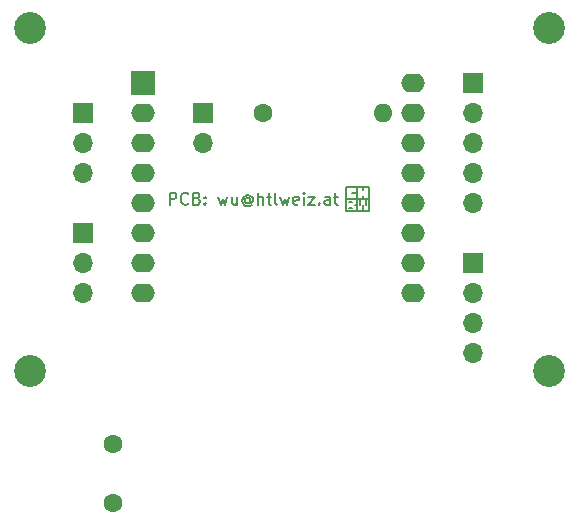
<source format=gbr>
%TF.GenerationSoftware,KiCad,Pcbnew,5.1.8*%
%TF.CreationDate,2020-11-27T01:12:46+01:00*%
%TF.ProjectId,co2box,636f3262-6f78-42e6-9b69-6361645f7063,v0*%
%TF.SameCoordinates,Original*%
%TF.FileFunction,Soldermask,Top*%
%TF.FilePolarity,Negative*%
%FSLAX46Y46*%
G04 Gerber Fmt 4.6, Leading zero omitted, Abs format (unit mm)*
G04 Created by KiCad (PCBNEW 5.1.8) date 2020-11-27 01:12:46*
%MOMM*%
%LPD*%
G01*
G04 APERTURE LIST*
%ADD10C,0.150000*%
%ADD11O,1.600000X1.600000*%
%ADD12C,1.600000*%
%ADD13C,2.700000*%
%ADD14O,1.700000X1.700000*%
%ADD15R,1.700000X1.700000*%
%ADD16O,2.000000X1.600000*%
%ADD17R,2.000000X2.000000*%
G04 APERTURE END LIST*
D10*
X153500000Y-84000000D02*
X153500000Y-83500000D01*
X153000000Y-84000000D02*
X153000000Y-83500000D01*
X153250000Y-84500000D02*
X153250000Y-84000000D01*
X152000000Y-84250000D02*
X152250000Y-84250000D01*
X152250000Y-83750000D02*
X152000000Y-83750000D01*
X152750000Y-84000000D02*
X152500000Y-84000000D01*
X153250000Y-82750000D02*
X153250000Y-82500000D01*
X153250000Y-83500000D02*
X153250000Y-83250000D01*
X152750000Y-83000000D02*
X152250000Y-83000000D01*
X152750000Y-82500000D02*
X152750000Y-84500000D01*
X151750000Y-83500000D02*
X153750000Y-83500000D01*
X151750000Y-84500000D02*
X151750000Y-82500000D01*
X153750000Y-84500000D02*
X151750000Y-84500000D01*
X153750000Y-82500000D02*
X153750000Y-84500000D01*
X151750000Y-82500000D02*
X153750000Y-82500000D01*
X136835595Y-83952380D02*
X136835595Y-82952380D01*
X137216547Y-82952380D01*
X137311785Y-83000000D01*
X137359404Y-83047619D01*
X137407023Y-83142857D01*
X137407023Y-83285714D01*
X137359404Y-83380952D01*
X137311785Y-83428571D01*
X137216547Y-83476190D01*
X136835595Y-83476190D01*
X138407023Y-83857142D02*
X138359404Y-83904761D01*
X138216547Y-83952380D01*
X138121309Y-83952380D01*
X137978452Y-83904761D01*
X137883214Y-83809523D01*
X137835595Y-83714285D01*
X137787976Y-83523809D01*
X137787976Y-83380952D01*
X137835595Y-83190476D01*
X137883214Y-83095238D01*
X137978452Y-83000000D01*
X138121309Y-82952380D01*
X138216547Y-82952380D01*
X138359404Y-83000000D01*
X138407023Y-83047619D01*
X139168928Y-83428571D02*
X139311785Y-83476190D01*
X139359404Y-83523809D01*
X139407023Y-83619047D01*
X139407023Y-83761904D01*
X139359404Y-83857142D01*
X139311785Y-83904761D01*
X139216547Y-83952380D01*
X138835595Y-83952380D01*
X138835595Y-82952380D01*
X139168928Y-82952380D01*
X139264166Y-83000000D01*
X139311785Y-83047619D01*
X139359404Y-83142857D01*
X139359404Y-83238095D01*
X139311785Y-83333333D01*
X139264166Y-83380952D01*
X139168928Y-83428571D01*
X138835595Y-83428571D01*
X139835595Y-83857142D02*
X139883214Y-83904761D01*
X139835595Y-83952380D01*
X139787976Y-83904761D01*
X139835595Y-83857142D01*
X139835595Y-83952380D01*
X139835595Y-83333333D02*
X139883214Y-83380952D01*
X139835595Y-83428571D01*
X139787976Y-83380952D01*
X139835595Y-83333333D01*
X139835595Y-83428571D01*
X140978452Y-83285714D02*
X141168928Y-83952380D01*
X141359404Y-83476190D01*
X141549880Y-83952380D01*
X141740357Y-83285714D01*
X142549880Y-83285714D02*
X142549880Y-83952380D01*
X142121309Y-83285714D02*
X142121309Y-83809523D01*
X142168928Y-83904761D01*
X142264166Y-83952380D01*
X142407023Y-83952380D01*
X142502261Y-83904761D01*
X142549880Y-83857142D01*
X143645119Y-83476190D02*
X143597500Y-83428571D01*
X143502261Y-83380952D01*
X143407023Y-83380952D01*
X143311785Y-83428571D01*
X143264166Y-83476190D01*
X143216547Y-83571428D01*
X143216547Y-83666666D01*
X143264166Y-83761904D01*
X143311785Y-83809523D01*
X143407023Y-83857142D01*
X143502261Y-83857142D01*
X143597500Y-83809523D01*
X143645119Y-83761904D01*
X143645119Y-83380952D02*
X143645119Y-83761904D01*
X143692738Y-83809523D01*
X143740357Y-83809523D01*
X143835595Y-83761904D01*
X143883214Y-83666666D01*
X143883214Y-83428571D01*
X143787976Y-83285714D01*
X143645119Y-83190476D01*
X143454642Y-83142857D01*
X143264166Y-83190476D01*
X143121309Y-83285714D01*
X143026071Y-83428571D01*
X142978452Y-83619047D01*
X143026071Y-83809523D01*
X143121309Y-83952380D01*
X143264166Y-84047619D01*
X143454642Y-84095238D01*
X143645119Y-84047619D01*
X143787976Y-83952380D01*
X144311785Y-83952380D02*
X144311785Y-82952380D01*
X144740357Y-83952380D02*
X144740357Y-83428571D01*
X144692738Y-83333333D01*
X144597500Y-83285714D01*
X144454642Y-83285714D01*
X144359404Y-83333333D01*
X144311785Y-83380952D01*
X145073690Y-83285714D02*
X145454642Y-83285714D01*
X145216547Y-82952380D02*
X145216547Y-83809523D01*
X145264166Y-83904761D01*
X145359404Y-83952380D01*
X145454642Y-83952380D01*
X145930833Y-83952380D02*
X145835595Y-83904761D01*
X145787976Y-83809523D01*
X145787976Y-82952380D01*
X146216547Y-83285714D02*
X146407023Y-83952380D01*
X146597500Y-83476190D01*
X146787976Y-83952380D01*
X146978452Y-83285714D01*
X147740357Y-83904761D02*
X147645119Y-83952380D01*
X147454642Y-83952380D01*
X147359404Y-83904761D01*
X147311785Y-83809523D01*
X147311785Y-83428571D01*
X147359404Y-83333333D01*
X147454642Y-83285714D01*
X147645119Y-83285714D01*
X147740357Y-83333333D01*
X147787976Y-83428571D01*
X147787976Y-83523809D01*
X147311785Y-83619047D01*
X148216547Y-83952380D02*
X148216547Y-83285714D01*
X148216547Y-82952380D02*
X148168928Y-83000000D01*
X148216547Y-83047619D01*
X148264166Y-83000000D01*
X148216547Y-82952380D01*
X148216547Y-83047619D01*
X148597500Y-83285714D02*
X149121309Y-83285714D01*
X148597500Y-83952380D01*
X149121309Y-83952380D01*
X149502261Y-83857142D02*
X149549880Y-83904761D01*
X149502261Y-83952380D01*
X149454642Y-83904761D01*
X149502261Y-83857142D01*
X149502261Y-83952380D01*
X150407023Y-83952380D02*
X150407023Y-83428571D01*
X150359404Y-83333333D01*
X150264166Y-83285714D01*
X150073690Y-83285714D01*
X149978452Y-83333333D01*
X150407023Y-83904761D02*
X150311785Y-83952380D01*
X150073690Y-83952380D01*
X149978452Y-83904761D01*
X149930833Y-83809523D01*
X149930833Y-83714285D01*
X149978452Y-83619047D01*
X150073690Y-83571428D01*
X150311785Y-83571428D01*
X150407023Y-83523809D01*
X150740357Y-83285714D02*
X151121309Y-83285714D01*
X150883214Y-82952380D02*
X150883214Y-83809523D01*
X150930833Y-83904761D01*
X151026071Y-83952380D01*
X151121309Y-83952380D01*
D11*
%TO.C,R1*%
X154940000Y-76200000D03*
D12*
X144780000Y-76200000D03*
%TD*%
%TO.C,C1*%
X132080000Y-104220000D03*
X132080000Y-109220000D03*
%TD*%
D13*
%TO.C,H4*%
X169000000Y-69000000D03*
%TD*%
%TO.C,H3*%
X125000000Y-69000000D03*
%TD*%
%TO.C,H2*%
X169000000Y-98000000D03*
%TD*%
%TO.C,H1*%
X125000000Y-98000000D03*
%TD*%
D14*
%TO.C,J_WS2812B_1*%
X129540000Y-81280000D03*
X129540000Y-78740000D03*
D15*
X129540000Y-76200000D03*
%TD*%
D14*
%TO.C,J_OLED_1*%
X162560000Y-96520000D03*
X162560000Y-93980000D03*
X162560000Y-91440000D03*
D15*
X162560000Y-88900000D03*
%TD*%
D14*
%TO.C,J_DHT22*%
X129540000Y-91440000D03*
X129540000Y-88900000D03*
D15*
X129540000Y-86360000D03*
%TD*%
D14*
%TO.C,J1*%
X139700000Y-78740000D03*
D15*
X139700000Y-76200000D03*
%TD*%
D14*
%TO.C,J_CCS811*%
X162560000Y-83820000D03*
X162560000Y-81280000D03*
X162560000Y-78740000D03*
X162560000Y-76200000D03*
D15*
X162560000Y-73660000D03*
%TD*%
D16*
%TO.C,U1*%
X157480000Y-73660000D03*
X157480000Y-76200000D03*
X157480000Y-78740000D03*
X157480000Y-81280000D03*
X157480000Y-83820000D03*
X157480000Y-86360000D03*
X157480000Y-88900000D03*
X157480000Y-91440000D03*
X134620000Y-91440000D03*
X134620000Y-88900000D03*
X134620000Y-86360000D03*
X134620000Y-83820000D03*
X134620000Y-81280000D03*
X134620000Y-78740000D03*
D17*
X134620000Y-73660000D03*
D16*
X134620000Y-76200000D03*
%TD*%
M02*

</source>
